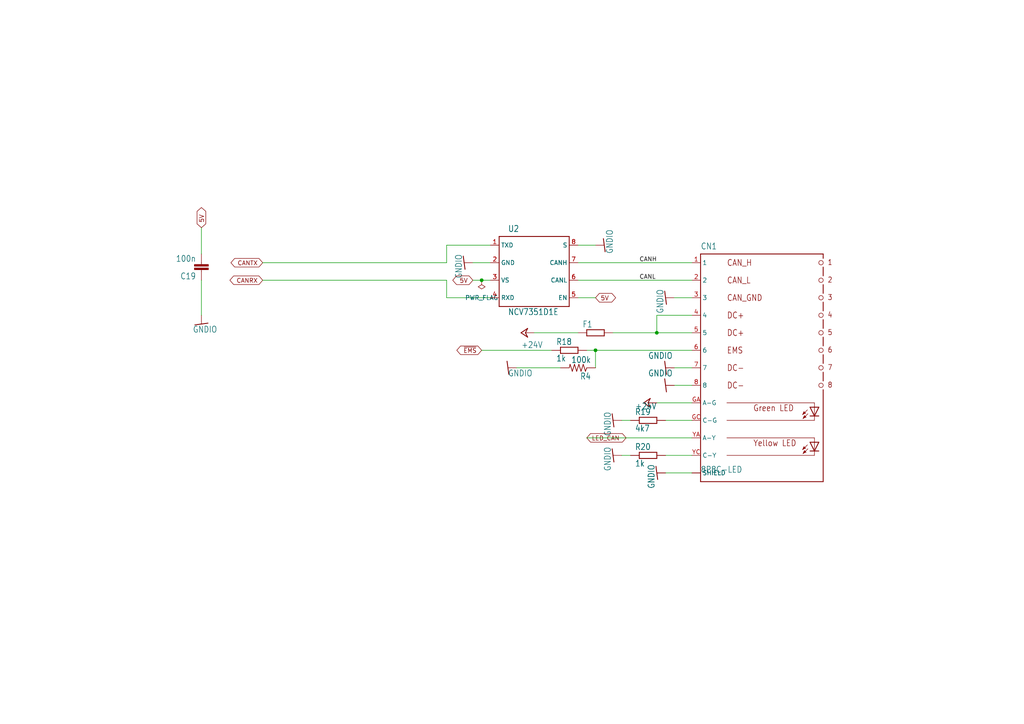
<source format=kicad_sch>
(kicad_sch (version 20231120) (generator "eeschema") (generator_version "8.0")
  (paper "A4")
  (lib_symbols
    (symbol "power:PWR_FLAG" (power) (pin_numbers hide) (pin_names (offset 0) hide)
      (property "Value" "PWR_FLAG" (at 0 3.81 0))
      (symbol "PWR_FLAG_0_0"
        (pin power_out line (at 0 0 90) (length 0) (name "pwr") (number "1"))
      )
      (symbol "PWR_FLAG_0_1"
        (polyline (pts (xy 0 0) (xy 0 1.27) (xy -1.016 1.905) (xy 0 2.54) (xy 1.016 1.905) (xy 0 1.27)))
      )
    )
    (symbol "solenoid valve2020-eagle-import:+24V" (power)
      (property "Value" "+24V" (at -2.54 -5.08 90))
      (symbol "+24V_1_0"
        (polyline (pts (xy 0 0) (xy -1.27 -0.635)) (stroke (width 0.254)))
        (polyline (pts (xy 0 1.27) (xy -1.27 -0.635)) (stroke (width 0.254)))
        (polyline (pts (xy 1.27 -0.635) (xy 0 0)) (stroke (width 0.254)))
        (polyline (pts (xy 1.27 -0.635) (xy 0 1.27)) (stroke (width 0.254)))
        (pin power_in line (at 0 -2.54 90) (length 2.54) (name "+24V") (number "1"))
      )
    )
    (symbol "solenoid valve2020-eagle-import:8P8C-LED"
      (property "Reference" "X" (at -17.78 29.21 0))
      (symbol "8P8C-LED_1_0"
        (polyline (pts (xy -17.78 -38.1) (xy 17.78 -38.1)) (stroke (width 0.254)))
        (polyline (pts (xy -17.78 27.94) (xy -17.78 -38.1)) (stroke (width 0.254)))
        (polyline (pts (xy -17.78 27.94) (xy 17.78 27.94)) (stroke (width 0.254)))
        (polyline (pts (xy 13.208 -27.432) (xy 11.811 -28.829)) (stroke (width 0.1524)))
        (polyline (pts (xy 13.208 -17.272) (xy 11.811 -18.669)) (stroke (width 0.1524)))
        (polyline (pts (xy 13.335 -28.575) (xy 11.938 -29.972)) (stroke (width 0.1524)))
        (polyline (pts (xy 13.335 -18.415) (xy 11.938 -19.812)) (stroke (width 0.1524)))
        (polyline (pts (xy 15.24 -30.48) (xy -10.16 -30.48)) (stroke (width 0.1524)))
        (polyline (pts (xy 15.24 -30.48) (xy 15.24 -29.21)) (stroke (width 0.1524)))
        (polyline (pts (xy 15.24 -29.21) (xy 13.97 -29.21)) (stroke (width 0.254)))
        (polyline (pts (xy 15.24 -29.21) (xy 13.97 -26.67)) (stroke (width 0.254)))
        (polyline (pts (xy 15.24 -26.67) (xy 13.97 -26.67)) (stroke (width 0.254)))
        (polyline (pts (xy 15.24 -26.67) (xy 15.24 -29.21)) (stroke (width 0.1524)))
        (polyline (pts (xy 15.24 -25.4) (xy -10.16 -25.4)) (stroke (width 0.1524)))
        (polyline (pts (xy 15.24 -25.4) (xy 15.24 -26.67)) (stroke (width 0.1524)))
        (polyline (pts (xy 15.24 -20.32) (xy -10.16 -20.32)) (stroke (width 0.1524)))
        (polyline (pts (xy 15.24 -20.32) (xy 15.24 -19.05)) (stroke (width 0.1524)))
        (polyline (pts (xy 15.24 -19.05) (xy 13.97 -19.05)) (stroke (width 0.254)))
        (polyline (pts (xy 15.24 -19.05) (xy 13.97 -16.51)) (stroke (width 0.254)))
        (polyline (pts (xy 15.24 -16.51) (xy 13.97 -16.51)) (stroke (width 0.254)))
        (polyline (pts (xy 15.24 -16.51) (xy 15.24 -19.05)) (stroke (width 0.1524)))
        (polyline (pts (xy 15.24 -15.24) (xy -10.16 -15.24)) (stroke (width 0.1524)))
        (polyline (pts (xy 15.24 -15.24) (xy 15.24 -16.51)) (stroke (width 0.1524)))
        (polyline (pts (xy 16.51 -29.21) (xy 15.24 -29.21)) (stroke (width 0.254)))
        (polyline (pts (xy 16.51 -26.67) (xy 15.24 -29.21)) (stroke (width 0.254)))
        (polyline (pts (xy 16.51 -26.67) (xy 15.24 -26.67)) (stroke (width 0.254)))
        (polyline (pts (xy 16.51 -19.05) (xy 15.24 -19.05)) (stroke (width 0.254)))
        (polyline (pts (xy 16.51 -16.51) (xy 15.24 -19.05)) (stroke (width 0.254)))
        (polyline (pts (xy 16.51 -16.51) (xy 15.24 -16.51)) (stroke (width 0.254)))
        (polyline (pts (xy 17.78 -38.1) (xy 17.78 -11.43)) (stroke (width 0.254)))
        (polyline (pts (xy 17.78 -8.89) (xy 17.78 -6.35)) (stroke (width 0.254)))
        (polyline (pts (xy 17.78 -3.81) (xy 17.78 -1.27)) (stroke (width 0.254)))
        (polyline (pts (xy 17.78 1.27) (xy 17.78 3.81)) (stroke (width 0.254)))
        (polyline (pts (xy 17.78 6.35) (xy 17.78 8.89)) (stroke (width 0.254)))
        (polyline (pts (xy 17.78 11.43) (xy 17.78 13.97)) (stroke (width 0.254)))
        (polyline (pts (xy 17.78 16.51) (xy 17.78 19.05)) (stroke (width 0.254)))
        (polyline (pts (xy 17.78 21.59) (xy 17.78 24.13)) (stroke (width 0.254)))
        (polyline (pts (xy 17.78 27.94) (xy 17.78 26.67)) (stroke (width 0.254)))
        (polyline (pts (xy 11.811 -28.829) (xy 12.192 -27.94) (xy 12.7 -28.448)) (stroke (width 0.1524)) (fill (type outline)))
        (polyline (pts (xy 11.811 -18.669) (xy 12.192 -17.78) (xy 12.7 -18.288)) (stroke (width 0.1524)) (fill (type outline)))
        (polyline (pts (xy 11.938 -29.972) (xy 12.319 -29.083) (xy 12.827 -29.591)) (stroke (width 0.1524)) (fill (type outline)))
        (polyline (pts (xy 11.938 -19.812) (xy 12.319 -18.923) (xy 12.827 -19.431)) (stroke (width 0.1524)) (fill (type outline)))
        (circle (center 17.145 -10.16) (radius 0.635) (stroke (width 0.1524)))
        (circle (center 17.145 -5.08) (radius 0.635) (stroke (width 0.1524)))
        (circle (center 17.145 0) (radius 0.635) (stroke (width 0.1524)))
        (circle (center 17.145 5.08) (radius 0.635) (stroke (width 0.1524)))
        (circle (center 17.145 10.16) (radius 0.635) (stroke (width 0.1524)))
        (circle (center 17.145 15.24) (radius 0.635) (stroke (width 0.1524)))
        (circle (center 17.145 20.32) (radius 0.635) (stroke (width 0.1524)))
        (circle (center 17.145 25.4) (radius 0.635) (stroke (width 0.1524)))
        (text "1" (at 19.05 24.638 0) (effects (font (size 1.524 1.2954)) (justify left bottom)))
        (text "2" (at 19.05 19.558 0) (effects (font (size 1.524 1.2954)) (justify left bottom)))
        (text "3" (at 19.05 14.478 0) (effects (font (size 1.524 1.2954)) (justify left bottom)))
        (text "4" (at 19.05 9.398 0) (effects (font (size 1.524 1.2954)) (justify left bottom)))
        (text "5" (at 19.05 4.318 0) (effects (font (size 1.524 1.2954)) (justify left bottom)))
        (text "6" (at 19.05 -0.762 0) (effects (font (size 1.524 1.2954)) (justify left bottom)))
        (text "7" (at 19.05 -5.842 0) (effects (font (size 1.524 1.2954)) (justify left bottom)))
        (text "8" (at 19.05 -10.922 0) (effects (font (size 1.524 1.2954)) (justify left bottom)))
        (text "CAN_GND" (at -10.16 15.24 0) (effects (font (size 1.778 1.5113)) (justify left)))
        (text "CAN_H" (at -10.16 25.4 0) (effects (font (size 1.778 1.5113)) (justify left)))
        (text "CAN_L" (at -10.16 20.32 0) (effects (font (size 1.778 1.5113)) (justify left)))
        (text "DC+" (at -10.16 5.08 0) (effects (font (size 1.778 1.5113)) (justify left)))
        (text "DC+" (at -10.16 10.16 0) (effects (font (size 1.778 1.5113)) (justify left)))
        (text "DC-" (at -10.16 -10.16 0) (effects (font (size 1.778 1.5113)) (justify left)))
        (text "DC-" (at -10.16 -5.08 0) (effects (font (size 1.778 1.5113)) (justify left)))
        (text "EMS" (at -10.16 0 0) (effects (font (size 1.778 1.5113)) (justify left)))
        (text "Green LED" (at -2.54 -17.78 0) (effects (font (size 1.778 1.5113)) (justify left bottom)))
        (text "Yellow LED" (at -2.54 -27.94 0) (effects (font (size 1.778 1.5113)) (justify left bottom)))
        (pin input line (at -20.32 25.4 0) (length 2.54) (name "1") (number "1"))
        (pin input line (at -20.32 20.32 0) (length 2.54) (name "2") (number "2"))
        (pin input line (at -20.32 15.24 0) (length 2.54) (name "3") (number "3"))
        (pin input line (at -20.32 10.16 0) (length 2.54) (name "4") (number "4"))
        (pin input line (at -20.32 5.08 0) (length 2.54) (name "5") (number "5"))
        (pin input line (at -20.32 0 0) (length 2.54) (name "6") (number "6"))
        (pin input line (at -20.32 -5.08 0) (length 2.54) (name "7") (number "7"))
        (pin input line (at -20.32 -10.16 0) (length 2.54) (name "8") (number "8"))
        (pin passive line (at -20.32 -15.24 0) (length 2.54) (name "A-G") (number "GA"))
        (pin passive line (at -20.32 -20.32 0) (length 2.54) (name "C-G") (number "GC"))
        (pin passive line (at -20.32 -35.56 0) (length 2.54) (name "SHIELD") (number "M1"))
        (pin passive line (at -20.32 -35.56 0) (length 2.54) (name "SHIELD") (number "M2"))
        (pin passive line (at -20.32 -25.4 0) (length 2.54) (name "A-Y") (number "YA"))
        (pin passive line (at -20.32 -30.48 0) (length 2.54) (name "C-Y") (number "YC"))
      )
    )
    (symbol "solenoid valve2020-eagle-import:GNDIO" (power)
      (property "Value" "GNDIO" (at -2.54 -2.54 0))
      (symbol "GNDIO_1_0"
        (polyline (pts (xy -1.905 -0.254) (xy 1.905 0.254)) (stroke (width 0.254)))
        (pin power_in line (at 0 2.54 270) (length 2.54) (name "GNDIO") (number "1"))
      )
    )
    (symbol "solenoid valve2020-eagle-import:NCV7351D1E"
      (property "Reference" "IC" (at -7.62 11.43 0))
      (symbol "NCV7351D1E_1_0"
        (polyline (pts (xy -10.16 -10.16) (xy -10.16 10.16)) (stroke (width 0.254)))
        (polyline (pts (xy -10.16 10.16) (xy 10.16 10.16)) (stroke (width 0.254)))
        (polyline (pts (xy 10.16 -10.16) (xy -10.16 -10.16)) (stroke (width 0.254)))
        (polyline (pts (xy 10.16 10.16) (xy 10.16 -10.16)) (stroke (width 0.254)))
        (pin input line (at -12.7 7.62 0) (length 2.54) (name "TXD") (number "1"))
        (pin power_in line (at -12.7 2.54 0) (length 2.54) (name "GND") (number "2"))
        (pin power_in line (at -12.7 -2.54 0) (length 2.54) (name "VS") (number "3"))
        (pin output line (at -12.7 -7.62 0) (length 2.54) (name "RXD") (number "4"))
        (pin input line (at 12.7 -7.62 180) (length 2.54) (name "EN") (number "5"))
        (pin output line (at 12.7 -2.54 180) (length 2.54) (name "CANL") (number "6"))
        (pin output line (at 12.7 2.54 180) (length 2.54) (name "CANH") (number "7"))
        (pin input line (at 12.7 7.62 180) (length 2.54) (name "S") (number "8"))
      )
    )
    (symbol "solenoid valve2020-eagle-import:R-US_R0603"
      (property "Reference" "R" (at -3.81 1.4986 0))
      (symbol "R-US_R0603_1_0"
        (polyline (pts (xy -2.54 0) (xy -2.159 1.016)) (stroke (width 0.2032)))
        (polyline (pts (xy -2.159 1.016) (xy -1.524 -1.016)) (stroke (width 0.2032)))
        (polyline (pts (xy -1.524 -1.016) (xy -0.889 1.016)) (stroke (width 0.2032)))
        (polyline (pts (xy -0.889 1.016) (xy -0.254 -1.016)) (stroke (width 0.2032)))
        (polyline (pts (xy -0.254 -1.016) (xy 0.381 1.016)) (stroke (width 0.2032)))
        (polyline (pts (xy 0.381 1.016) (xy 1.016 -1.016)) (stroke (width 0.2032)))
        (polyline (pts (xy 1.016 -1.016) (xy 1.651 1.016)) (stroke (width 0.2032)))
        (polyline (pts (xy 1.651 1.016) (xy 2.286 -1.016)) (stroke (width 0.2032)))
        (polyline (pts (xy 2.286 -1.016) (xy 2.54 0)) (stroke (width 0.2032)))
        (pin passive line (at -5.08 0 0) (length 2.54) (name "1") (number "1"))
        (pin passive line (at 5.08 0 180) (length 2.54) (name "2") (number "2"))
      )
    )
    (symbol "solenoid valve2020-eagle-import:rcl_C-EUC0603"
      (property "Reference" "C" (at 1.524 0.381 0))
      (symbol "rcl_C-EUC0603_1_0"
        (rectangle (start -2.032 -2.032) (end 2.032 -1.524) (fill (type outline)))
        (rectangle (start -2.032 -1.016) (end 2.032 -0.508) (fill (type outline)))
        (polyline (pts (xy 0 -2.54) (xy 0 -2.032)) (stroke (width 0.1524)))
        (polyline (pts (xy 0 0) (xy 0 -0.508)) (stroke (width 0.1524)))
        (pin passive line (at 0 2.54 270) (length 2.54) (name "1") (number "1"))
        (pin passive line (at 0 -5.08 90) (length 2.54) (name "2") (number "2"))
      )
    )
    (symbol "solenoid valve2020-eagle-import:rcl_R-EU_R0603"
      (property "Reference" "R" (at -3.81 1.4986 0))
      (symbol "rcl_R-EU_R0603_1_0"
        (polyline (pts (xy -2.54 -0.889) (xy -2.54 0.889)) (stroke (width 0.254)))
        (polyline (pts (xy -2.54 -0.889) (xy 2.54 -0.889)) (stroke (width 0.254)))
        (polyline (pts (xy 2.54 -0.889) (xy 2.54 0.889)) (stroke (width 0.254)))
        (polyline (pts (xy 2.54 0.889) (xy -2.54 0.889)) (stroke (width 0.254)))
        (pin passive line (at -5.08 0 0) (length 2.54) (name "1") (number "1"))
        (pin passive line (at 5.08 0 180) (length 2.54) (name "2") (number "2"))
      )
    )
    (symbol "solenoid valve2020-eagle-import:rcl_R-EU_R1206"
      (property "Reference" "R" (at -3.81 1.4986 0))
      (symbol "rcl_R-EU_R1206_1_0"
        (polyline (pts (xy -2.54 -0.889) (xy -2.54 0.889)) (stroke (width 0.254)))
        (polyline (pts (xy -2.54 -0.889) (xy 2.54 -0.889)) (stroke (width 0.254)))
        (polyline (pts (xy 2.54 -0.889) (xy 2.54 0.889)) (stroke (width 0.254)))
        (polyline (pts (xy 2.54 0.889) (xy -2.54 0.889)) (stroke (width 0.254)))
        (pin passive line (at -5.08 0 0) (length 2.54) (name "1") (number "1"))
        (pin passive line (at 5.08 0 180) (length 2.54) (name "2") (number "2"))
      )
    )
  )
  (junction (at 139.7 81.28))
  (junction (at 190.5 96.52))
  (junction (at 172.72 101.6))
  (wire (pts (xy 137.16 76.2) (xy 142.24 76.2)) (stroke (width 0.1524)))
  (wire (pts (xy 142.24 81.28) (xy 139.7 81.28)) (stroke (width 0.1524)))
  (wire (pts (xy 162.56 106.68) (xy 149.86 106.68)) (stroke (width 0.1524)))
  (wire (pts (xy 172.72 101.6) (xy 200.66 101.6)) (stroke (width 0.1524)))
  (wire (pts (xy 200.66 127) (xy 170.18 127)) (stroke (width 0.1524)))
  (wire (pts (xy 129.54 86.36) (xy 129.54 81.28)) (stroke (width 0.1524)))
  (wire (pts (xy 200.66 106.68) (xy 195.58 106.68)) (stroke (width 0.1524)))
  (wire (pts (xy 180.34 121.92) (xy 182.88 121.92)) (stroke (width 0.1524)))
  (wire (pts (xy 200.66 96.52) (xy 190.5 96.52)) (stroke (width 0.1524)))
  (wire (pts (xy 167.64 76.2) (xy 200.66 76.2)) (stroke (width 0.1524)))
  (wire (pts (xy 200.66 137.16) (xy 193.04 137.16)) (stroke (width 0.1524)))
  (wire (pts (xy 76.2 76.2) (xy 129.54 76.2)) (stroke (width 0.1524)))
  (wire (pts (xy 139.7 101.6) (xy 160.02 101.6)) (stroke (width 0.1524)))
  (wire (pts (xy 142.24 86.36) (xy 129.54 86.36)) (stroke (width 0.1524)))
  (wire (pts (xy 200.66 91.44) (xy 190.5 91.44)) (stroke (width 0.1524)))
  (wire (pts (xy 170.18 101.6) (xy 172.72 101.6)) (stroke (width 0.1524)))
  (wire (pts (xy 190.5 91.44) (xy 190.5 96.52)) (stroke (width 0.1524)))
  (wire (pts (xy 180.34 132.08) (xy 182.88 132.08)) (stroke (width 0.1524)))
  (wire (pts (xy 172.72 106.68) (xy 172.72 101.6)) (stroke (width 0.1524)))
  (wire (pts (xy 58.42 81.28) (xy 58.42 91.44)) (stroke (width 0.1524)))
  (wire (pts (xy 76.2 81.28) (xy 129.54 81.28)) (stroke (width 0.1524)))
  (wire (pts (xy 167.64 81.28) (xy 200.66 81.28)) (stroke (width 0.1524)))
  (wire (pts (xy 129.54 71.12) (xy 142.24 71.12)) (stroke (width 0.1524)))
  (wire (pts (xy 193.04 132.08) (xy 200.66 132.08)) (stroke (width 0.1524)))
  (wire (pts (xy 167.64 96.52) (xy 154.94 96.52)) (stroke (width 0.1524)))
  (wire (pts (xy 200.66 121.92) (xy 193.04 121.92)) (stroke (width 0.1524)))
  (wire (pts (xy 190.5 116.84) (xy 200.66 116.84)) (stroke (width 0.1524)))
  (wire (pts (xy 58.42 66.04) (xy 58.42 73.66)) (stroke (width 0.1524)))
  (wire (pts (xy 129.54 76.2) (xy 129.54 71.12)) (stroke (width 0.1524)))
  (wire (pts (xy 190.5 96.52) (xy 177.8 96.52)) (stroke (width 0.1524)))
  (wire (pts (xy 172.72 86.36) (xy 167.64 86.36)) (stroke (width 0.1524)))
  (wire (pts (xy 200.66 86.36) (xy 195.58 86.36)) (stroke (width 0.1524)))
  (wire (pts (xy 139.7 81.28) (xy 137.16 81.28)) (stroke (width 0.1524)))
  (wire (pts (xy 195.58 111.76) (xy 200.66 111.76)) (stroke (width 0.1524)))
  (wire (pts (xy 167.64 71.12) (xy 172.72 71.12)) (stroke (width 0.1524)))
  (label "CANL" (at 185.42 81.28 0) (effects (font (size 1.2446 1.2446))))
  (label "CANH" (at 185.42 76.2 0) (effects (font (size 1.2446 1.2446))))
  (global_label "LED_CAN" (shape bidirectional) (at 170.18 127 0) (effects (font (size 1.2446 1.2446))) (property "Intersheetrefs" "${INTERSHEET_REFS}" (effects (hide yes))))
  (global_label "5V" (shape bidirectional) (at 172.72 86.36 0) (property "Intersheetrefs" "${INTERSHEET_REFS}" (effects (hide yes))))
  (global_label "CANRX" (shape bidirectional) (at 76.2 81.28 180) (effects (font (size 1.2446 1.2446))) (property "Intersheetrefs" "${INTERSHEET_REFS}" (effects (hide yes))))
  (global_label "5V" (shape bidirectional) (at 137.16 81.28 180) (property "Intersheetrefs" "${INTERSHEET_REFS}" (effects (hide yes))))
  (global_label "5V" (shape bidirectional) (at 58.42 66.04 90) (property "Intersheetrefs" "${INTERSHEET_REFS}" (effects (hide yes))))
  (global_label "~{EMS}" (shape bidirectional) (at 139.7 101.6 180) (effects (font (size 1.2446 1.2446))) (property "Intersheetrefs" "${INTERSHEET_REFS}" (effects (hide yes))))
  (global_label "CANTX" (shape bidirectional) (at 76.2 76.2 180) (effects (font (size 1.2446 1.2446))) (property "Intersheetrefs" "${INTERSHEET_REFS}" (effects (hide yes))))
  (symbol (lib_id "solenoid valve2020-eagle-import:R-US_R0603") (at 167.64 106.68 180) (unit 1)
    (property "Reference" "R4" (at 171.45 108.1786 0) (effects (font (size 1.778 1.5113)) (justify left bottom)))
    (property "Value" "100k" (at 171.45 103.378 0) (effects (font (size 1.778 1.5113)) (justify left bottom)))
    (property "Footprint" "Resistor_SMD:R_0603_1608Metric_Pad0.98x0.95mm_HandSolder" (effects (hide yes)))
  )
  (symbol (lib_id "solenoid valve2020-eagle-import:GNDIO") (at 177.8 121.92 270) (unit 1)
    (property "Reference" "#GND020" (effects (hide yes)))
    (property "Value" "GNDIO" (at 175.26 119.38 0) (effects (font (size 1.778 1.5113)) (justify left bottom)))
  )
  (symbol (lib_id "solenoid valve2020-eagle-import:rcl_R-EU_R1206") (at 172.72 96.52 0) (unit 1)
    (property "Reference" "F1" (at 168.91 95.0214 0) (effects (font (size 1.778 1.5113)) (justify left bottom)))
    (property "Value" "R-EU_R1206" (effects (hide yes)))
    (property "Footprint" "my_Library:NANOASMDC035F2" (effects (hide yes)))
  )
  (symbol (lib_id "solenoid valve2020-eagle-import:GNDIO") (at 193.04 106.68 270) (unit 1)
    (property "Reference" "#GND021" (effects (hide yes)))
    (property "Value" "GNDIO" (at 187.96 104.14 90) (effects (font (size 1.778 1.5113)) (justify left bottom)))
  )
  (symbol (lib_id "solenoid valve2020-eagle-import:rcl_R-EU_R0603") (at 165.1 101.6 0) (unit 1)
    (property "Reference" "R18" (at 161.29 100.1014 0) (effects (font (size 1.778 1.5113)) (justify left bottom)))
    (property "Value" "1k" (at 161.29 104.902 0) (effects (font (size 1.778 1.5113)) (justify left bottom)))
    (property "Footprint" "Resistor_SMD:R_0603_1608Metric_Pad0.98x0.95mm_HandSolder" (effects (hide yes)))
  )
  (symbol (lib_id "solenoid valve2020-eagle-import:rcl_R-EU_R0603") (at 187.96 121.92 0) (unit 1)
    (property "Reference" "R19" (at 184.15 120.4214 0) (effects (font (size 1.778 1.5113)) (justify left bottom)))
    (property "Value" "4k7" (at 184.15 125.222 0) (effects (font (size 1.778 1.5113)) (justify left bottom)))
    (property "Footprint" "Resistor_SMD:R_0603_1608Metric_Pad0.98x0.95mm_HandSolder" (effects (hide yes)))
  )
  (symbol (lib_id "solenoid valve2020-eagle-import:8P8C-LED") (at 220.98 101.6 0) (unit 1)
    (property "Reference" "CN1" (at 203.2 72.39 0) (effects (font (size 1.778 1.5113)) (justify left bottom)))
    (property "Value" "8P8C-LED" (at 203.2 137.16 0) (effects (font (size 1.778 1.5113)) (justify left bottom)))
    (property "Footprint" "my_Library:RJHSE-5381 LAN_port" (effects (hide yes)))
  )
  (symbol (lib_id "power:PWR_FLAG") (at 139.7 81.28 180) (unit 1)
    (property "Reference" "#FLG05" (effects (hide yes)))
    (property "Value" "PWR_FLAG" (at 139.7 86.36 0))
  )
  (symbol (lib_id "solenoid valve2020-eagle-import:+24V") (at 187.96 116.84 90) (unit 1)
    (property "Reference" "#P+05" (effects (hide yes)))
    (property "Value" "+24V" (at 190.5 116.84 90) (effects (font (size 1.778 1.5113)) (justify left bottom)))
  )
  (symbol (lib_id "solenoid valve2020-eagle-import:GNDIO") (at 193.04 111.76 270) (unit 1)
    (property "Reference" "#GND023" (effects (hide yes)))
    (property "Value" "GNDIO" (at 187.96 109.22 90) (effects (font (size 1.778 1.5113)) (justify left bottom)))
  )
  (symbol (lib_id "solenoid valve2020-eagle-import:GNDIO") (at 190.5 137.16 270) (unit 1)
    (property "Reference" "#GND027" (effects (hide yes)))
    (property "Value" "GNDIO" (at 187.96 134.62 0) (effects (font (size 1.778 1.5113)) (justify left bottom)))
  )
  (symbol (lib_id "solenoid valve2020-eagle-import:+24V") (at 152.4 96.52 90) (unit 1)
    (property "Reference" "#P+02" (effects (hide yes)))
    (property "Value" "+24V" (at 157.48 99.06 90) (effects (font (size 1.778 1.5113)) (justify left bottom)))
  )
  (symbol (lib_id "solenoid valve2020-eagle-import:rcl_R-EU_R0603") (at 187.96 132.08 0) (unit 1)
    (property "Reference" "R20" (at 184.15 130.5814 0) (effects (font (size 1.778 1.5113)) (justify left bottom)))
    (property "Value" "1k" (at 184.15 135.382 0) (effects (font (size 1.778 1.5113)) (justify left bottom)))
    (property "Footprint" "Resistor_SMD:R_0603_1608Metric_Pad0.98x0.95mm_HandSolder" (effects (hide yes)))
  )
  (symbol (lib_id "solenoid valve2020-eagle-import:GNDIO") (at 134.62 76.2 270) (unit 1)
    (property "Reference" "#GND017" (effects (hide yes)))
    (property "Value" "GNDIO" (at 132.08 73.66 0) (effects (font (size 1.778 1.5113)) (justify left bottom)))
  )
  (symbol (lib_id "solenoid valve2020-eagle-import:GNDIO") (at 177.8 132.08 270) (unit 1)
    (property "Reference" "#GND022" (effects (hide yes)))
    (property "Value" "GNDIO" (at 175.26 129.54 0) (effects (font (size 1.778 1.5113)) (justify left bottom)))
  )
  (symbol (lib_id "solenoid valve2020-eagle-import:GNDIO") (at 193.04 86.36 270) (unit 1)
    (property "Reference" "#GND019" (effects (hide yes)))
    (property "Value" "GNDIO" (at 190.5 83.82 0) (effects (font (size 1.778 1.5113)) (justify left bottom)))
  )
  (symbol (lib_id "solenoid valve2020-eagle-import:GNDIO") (at 175.26 71.12 90) (unit 1)
    (property "Reference" "#GND018" (effects (hide yes)))
    (property "Value" "GNDIO" (at 177.8 73.66 0) (effects (font (size 1.778 1.5113)) (justify left bottom)))
  )
  (symbol (lib_id "solenoid valve2020-eagle-import:rcl_C-EUC0603") (at 58.42 78.74 180) (unit 1)
    (property "Reference" "C19" (at 56.896 79.121 0) (effects (font (size 1.778 1.5113)) (justify left bottom)))
    (property "Value" "100n" (at 56.896 74.041 0) (effects (font (size 1.778 1.5113)) (justify left bottom)))
    (property "Footprint" "Capacitor_SMD:C_0603_1608Metric_Pad1.08x0.95mm_HandSolder" (effects (hide yes)))
  )
  (symbol (lib_id "solenoid valve2020-eagle-import:GNDIO") (at 58.42 93.98 0) (unit 1)
    (property "Reference" "#GND016" (effects (hide yes)))
    (property "Value" "GNDIO" (at 55.88 96.52 0) (effects (font (size 1.778 1.5113)) (justify left bottom)))
  )
  (symbol (lib_id "solenoid valve2020-eagle-import:GNDIO") (at 147.32 106.68 270) (unit 1)
    (property "Reference" "#GND04" (effects (hide yes)))
    (property "Value" "GNDIO" (at 147.32 109.22 90) (effects (font (size 1.778 1.5113)) (justify left bottom)))
  )
  (symbol (lib_id "solenoid valve2020-eagle-import:NCV7351D1E") (at 154.94 78.74 0) (unit 1)
    (property "Reference" "U2" (at 147.32 67.31 0) (effects (font (size 1.778 1.5113)) (justify left bottom)))
    (property "Value" "NCV7351D1E" (at 147.32 91.44 0) (effects (font (size 1.778 1.5113)) (justify left bottom)))
    (property "Footprint" "my_Library:NCV7351D1E" (effects (hide yes)))
  )
)
</source>
